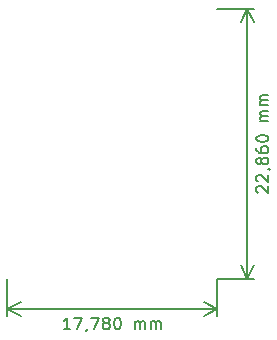
<source format=gbr>
%TF.GenerationSoftware,KiCad,Pcbnew,5.1.4-3.fc31*%
%TF.CreationDate,2019-11-17T16:10:24+01:00*%
%TF.ProjectId,avr-isp-to-pcb-adapter,6176722d-6973-4702-9d74-6f2d7063622d,1.0*%
%TF.SameCoordinates,PX76b1be0PY53920b0*%
%TF.FileFunction,Other,Comment*%
%FSLAX46Y46*%
G04 Gerber Fmt 4.6, Leading zero omitted, Abs format (unit mm)*
G04 Created by KiCad (PCBNEW 5.1.4-3.fc31) date 2019-11-17 16:10:24*
%MOMM*%
%LPD*%
G04 APERTURE LIST*
%ADD10C,0.150000*%
G04 APERTURE END LIST*
D10*
X21167619Y7287143D02*
X21120000Y7334762D01*
X21072380Y7430000D01*
X21072380Y7668096D01*
X21120000Y7763334D01*
X21167619Y7810953D01*
X21262857Y7858572D01*
X21358095Y7858572D01*
X21500952Y7810953D01*
X22072380Y7239524D01*
X22072380Y7858572D01*
X21167619Y8239524D02*
X21120000Y8287143D01*
X21072380Y8382381D01*
X21072380Y8620477D01*
X21120000Y8715715D01*
X21167619Y8763334D01*
X21262857Y8810953D01*
X21358095Y8810953D01*
X21500952Y8763334D01*
X22072380Y8191905D01*
X22072380Y8810953D01*
X22024761Y9287143D02*
X22072380Y9287143D01*
X22167619Y9239524D01*
X22215238Y9191905D01*
X21500952Y9858572D02*
X21453333Y9763334D01*
X21405714Y9715715D01*
X21310476Y9668096D01*
X21262857Y9668096D01*
X21167619Y9715715D01*
X21120000Y9763334D01*
X21072380Y9858572D01*
X21072380Y10049048D01*
X21120000Y10144286D01*
X21167619Y10191905D01*
X21262857Y10239524D01*
X21310476Y10239524D01*
X21405714Y10191905D01*
X21453333Y10144286D01*
X21500952Y10049048D01*
X21500952Y9858572D01*
X21548571Y9763334D01*
X21596190Y9715715D01*
X21691428Y9668096D01*
X21881904Y9668096D01*
X21977142Y9715715D01*
X22024761Y9763334D01*
X22072380Y9858572D01*
X22072380Y10049048D01*
X22024761Y10144286D01*
X21977142Y10191905D01*
X21881904Y10239524D01*
X21691428Y10239524D01*
X21596190Y10191905D01*
X21548571Y10144286D01*
X21500952Y10049048D01*
X21072380Y11096667D02*
X21072380Y10906191D01*
X21120000Y10810953D01*
X21167619Y10763334D01*
X21310476Y10668096D01*
X21500952Y10620477D01*
X21881904Y10620477D01*
X21977142Y10668096D01*
X22024761Y10715715D01*
X22072380Y10810953D01*
X22072380Y11001429D01*
X22024761Y11096667D01*
X21977142Y11144286D01*
X21881904Y11191905D01*
X21643809Y11191905D01*
X21548571Y11144286D01*
X21500952Y11096667D01*
X21453333Y11001429D01*
X21453333Y10810953D01*
X21500952Y10715715D01*
X21548571Y10668096D01*
X21643809Y10620477D01*
X21072380Y11810953D02*
X21072380Y11906191D01*
X21120000Y12001429D01*
X21167619Y12049048D01*
X21262857Y12096667D01*
X21453333Y12144286D01*
X21691428Y12144286D01*
X21881904Y12096667D01*
X21977142Y12049048D01*
X22024761Y12001429D01*
X22072380Y11906191D01*
X22072380Y11810953D01*
X22024761Y11715715D01*
X21977142Y11668096D01*
X21881904Y11620477D01*
X21691428Y11572858D01*
X21453333Y11572858D01*
X21262857Y11620477D01*
X21167619Y11668096D01*
X21120000Y11715715D01*
X21072380Y11810953D01*
X22072380Y13334762D02*
X21405714Y13334762D01*
X21500952Y13334762D02*
X21453333Y13382381D01*
X21405714Y13477620D01*
X21405714Y13620477D01*
X21453333Y13715715D01*
X21548571Y13763334D01*
X22072380Y13763334D01*
X21548571Y13763334D02*
X21453333Y13810953D01*
X21405714Y13906191D01*
X21405714Y14049048D01*
X21453333Y14144286D01*
X21548571Y14191905D01*
X22072380Y14191905D01*
X22072380Y14668096D02*
X21405714Y14668096D01*
X21500952Y14668096D02*
X21453333Y14715715D01*
X21405714Y14810953D01*
X21405714Y14953810D01*
X21453333Y15049048D01*
X21548571Y15096667D01*
X22072380Y15096667D01*
X21548571Y15096667D02*
X21453333Y15144286D01*
X21405714Y15239524D01*
X21405714Y15382381D01*
X21453333Y15477620D01*
X21548571Y15525239D01*
X22072380Y15525239D01*
X20320000Y0D02*
X20320000Y22860000D01*
X17780000Y0D02*
X20906421Y0D01*
X17780000Y22860000D02*
X20906421Y22860000D01*
X20320000Y22860000D02*
X20906421Y21733496D01*
X20320000Y22860000D02*
X19733579Y21733496D01*
X20320000Y0D02*
X20906421Y1126504D01*
X20320000Y0D02*
X19733579Y1126504D01*
X5318571Y-4292380D02*
X4747142Y-4292380D01*
X5032857Y-4292380D02*
X5032857Y-3292380D01*
X4937619Y-3435238D01*
X4842380Y-3530476D01*
X4747142Y-3578095D01*
X5651904Y-3292380D02*
X6318571Y-3292380D01*
X5890000Y-4292380D01*
X6747142Y-4244761D02*
X6747142Y-4292380D01*
X6699523Y-4387619D01*
X6651904Y-4435238D01*
X7080476Y-3292380D02*
X7747142Y-3292380D01*
X7318571Y-4292380D01*
X8270952Y-3720952D02*
X8175714Y-3673333D01*
X8128095Y-3625714D01*
X8080476Y-3530476D01*
X8080476Y-3482857D01*
X8128095Y-3387619D01*
X8175714Y-3340000D01*
X8270952Y-3292380D01*
X8461428Y-3292380D01*
X8556666Y-3340000D01*
X8604285Y-3387619D01*
X8651904Y-3482857D01*
X8651904Y-3530476D01*
X8604285Y-3625714D01*
X8556666Y-3673333D01*
X8461428Y-3720952D01*
X8270952Y-3720952D01*
X8175714Y-3768571D01*
X8128095Y-3816190D01*
X8080476Y-3911428D01*
X8080476Y-4101904D01*
X8128095Y-4197142D01*
X8175714Y-4244761D01*
X8270952Y-4292380D01*
X8461428Y-4292380D01*
X8556666Y-4244761D01*
X8604285Y-4197142D01*
X8651904Y-4101904D01*
X8651904Y-3911428D01*
X8604285Y-3816190D01*
X8556666Y-3768571D01*
X8461428Y-3720952D01*
X9270952Y-3292380D02*
X9366190Y-3292380D01*
X9461428Y-3340000D01*
X9509047Y-3387619D01*
X9556666Y-3482857D01*
X9604285Y-3673333D01*
X9604285Y-3911428D01*
X9556666Y-4101904D01*
X9509047Y-4197142D01*
X9461428Y-4244761D01*
X9366190Y-4292380D01*
X9270952Y-4292380D01*
X9175714Y-4244761D01*
X9128095Y-4197142D01*
X9080476Y-4101904D01*
X9032857Y-3911428D01*
X9032857Y-3673333D01*
X9080476Y-3482857D01*
X9128095Y-3387619D01*
X9175714Y-3340000D01*
X9270952Y-3292380D01*
X10794761Y-4292380D02*
X10794761Y-3625714D01*
X10794761Y-3720952D02*
X10842380Y-3673333D01*
X10937619Y-3625714D01*
X11080476Y-3625714D01*
X11175714Y-3673333D01*
X11223333Y-3768571D01*
X11223333Y-4292380D01*
X11223333Y-3768571D02*
X11270952Y-3673333D01*
X11366190Y-3625714D01*
X11509047Y-3625714D01*
X11604285Y-3673333D01*
X11651904Y-3768571D01*
X11651904Y-4292380D01*
X12128095Y-4292380D02*
X12128095Y-3625714D01*
X12128095Y-3720952D02*
X12175714Y-3673333D01*
X12270952Y-3625714D01*
X12413809Y-3625714D01*
X12509047Y-3673333D01*
X12556666Y-3768571D01*
X12556666Y-4292380D01*
X12556666Y-3768571D02*
X12604285Y-3673333D01*
X12699523Y-3625714D01*
X12842380Y-3625714D01*
X12937619Y-3673333D01*
X12985238Y-3768571D01*
X12985238Y-4292380D01*
X0Y-2540000D02*
X17780000Y-2540000D01*
X0Y0D02*
X0Y-3126421D01*
X17780000Y0D02*
X17780000Y-3126421D01*
X17780000Y-2540000D02*
X16653496Y-3126421D01*
X17780000Y-2540000D02*
X16653496Y-1953579D01*
X0Y-2540000D02*
X1126504Y-3126421D01*
X0Y-2540000D02*
X1126504Y-1953579D01*
M02*

</source>
